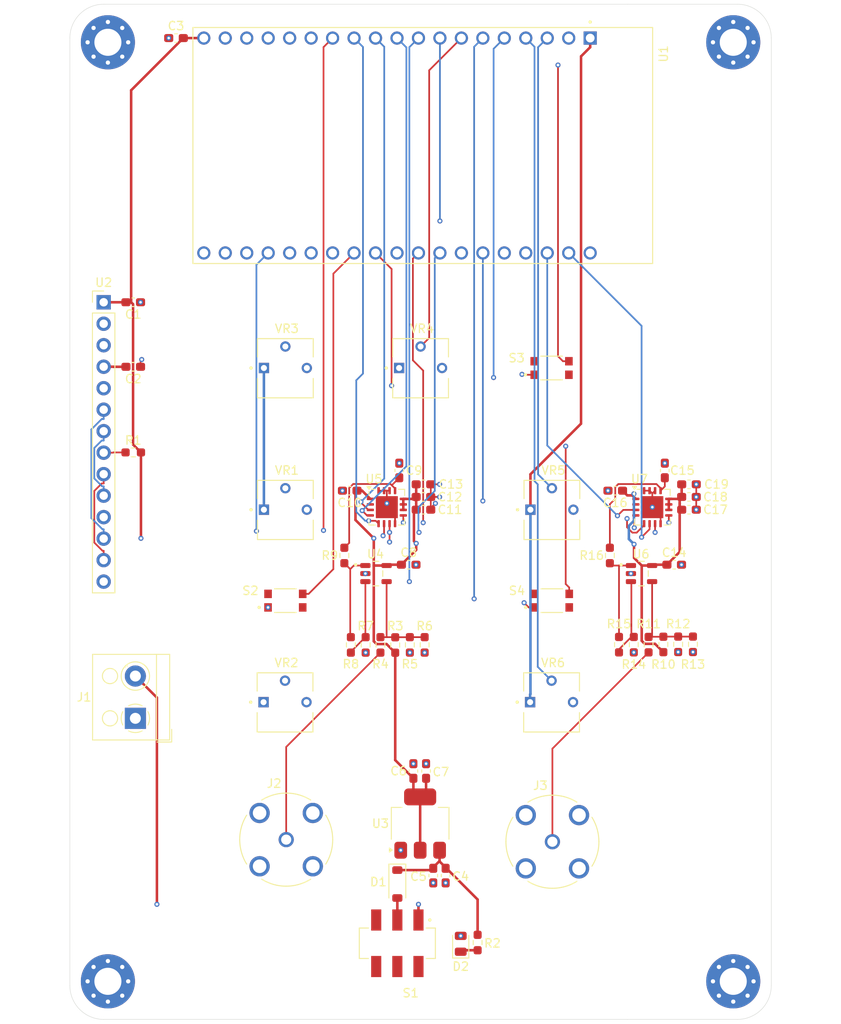
<source format=kicad_pcb>
(kicad_pcb (version 20240108) (generator "pcbnew") (generator_version "8.0")
  (layers (0 "F.Cu" signal) (1 "In1.Cu" power) (2 "In2.Cu" mixed) (31 "B.Cu" signal) (34 "B.Paste" user) (35 "F.Paste" user) (36 "B.SilkS" user "B.Silkscreen") (37 "F.SilkS" user "F.Silkscreen") (38 "B.Mask" user) (39 "F.Mask" user) (44 "Edge.Cuts" user))
  (net 0 "")
  (net 1 "GND")
  (net 2 "/reg.5V")
  (net 3 "/reg.3.3V")
  (net 4 "/5V_Regulator/Schottky_LEDres-caps-5Vreg.In")
  (net 5 "/SignalInterfaces/SignalInterfaceModule1/SignalInterpreterModule/conditioned-OpAmpOut_ADCIn")
  (net 6 "/5V_Regulator/PwrSwitch_Schottky")
  (net 7 "/5V_Regulator/LEDres_LED")
  (net 8 "/5V_Regulator/9V_PwrSwitch")
  (net 9 "/SignalInterfaces/SignalInterfaceModule1/SignalInterpreterModule/Vsig")
  (net 10 "/Touchscreen_LCD_Display/ScreenLED_ScreenLEDres")
  (net 11 "/SignalInterfaces/SignalInterfaceModule1/SignalInterpreterModule/reg.5V-Vsig_conditioned-opAmp-")
  (net 12 "/SignalInterfaces/SignalInterfaceModule1/SignalInterpreterModule/conditioned-opAmp+")
  (net 13 "/SignalInterfaces/SignalInterfaceModule1/SignalInterpreterModule/opAmpOut")
  (net 20 "/GPIO:signal1_toggleBttn")
  (net 22 "/GPIO:triggerBttn")
  (net 24 "/GPIO:signal2_toggleBttn")
  (net 25 "/GPIO:ADC2_EOC{slash}INT")
  (net 26 "/GPIO:screen_D{slash}C")
  (net 28 "/GPIO:ADC1_CS")
  (net 30 "/GPIO:touch_CS")
  (net 32 "/GPIO:ADC2_CS")
  (net 34 "/GPIO:signal1_timeShiftWiper")
  (net 35 "/GPIO:signal2_ampShiftWiper")
  (net 39 "/SCK")
  (net 43 "/GPIO:screen_CS")
  (net 44 "/GPIO:signal1_ampShiftWiper")
  (net 45 "/GPIO:timeScale_wiper")
  (net 46 "/SDO")
  (net 48 "/GPIO:ADC1_CONVST")
  (net 49 "/SDI")
  (net 50 "/GPIO:signal2_timeShiftWiper")
  (net 51 "/GPIO:ampScale_wiper")
  (net 52 "/GPIO:touch_IRQ")
  (net 53 "/GPIO:ADC1_EOC{slash}INT")
  (net 54 "/GPIO:ADC2_CONVST")
  (net 56 "/SignalInterfaces/SignalInterfaceModule2/SignalInterpreterModule/conditioned-OpAmpOut_ADCIn")
  (net 57 "/SignalInterfaces/SignalInterfaceModule2/SignalInterpreterModule/Vsig")
  (net 58 "/SignalInterfaces/SignalInterfaceModule2/SignalInterpreterModule/reg.5V-Vsig_conditioned-opAmp-")
  (net 59 "/SignalInterfaces/SignalInterfaceModule2/SignalInterpreterModule/conditioned-opAmp+")
  (net 60 "/SignalInterfaces/SignalInterfaceModule2/SignalInterpreterModule/opAmpOut")
  (footprint "Connector_PinHeader_2.54mm:PinHeader_1x14_P2.54mm_Vertical" (layer "F.Cu") (at 106.25 63.48)
    (property "Reference" "U2")
    (property "Value" "ILI9341-320x240-TFT-Touch")
  )
  (footprint "Resistor_SMD:R_0603_1608Metric_Pad0.98x0.95mm_HandSolder" (layer "F.Cu") (at 137.25 103.98 -90)
    (property "Reference" "R7")
    (property "Value" "1k")
  )
  (footprint "Resistor_SMD:R_0603_1608Metric_Pad0.98x0.95mm_HandSolder" (layer "F.Cu") (at 140.75 103.9936 -90)
    (property "Reference" "R3")
    (property "Value" "1k")
  )
  (footprint "MountingHole:MountingHole_3.2mm_M3_Pad_Via" (layer "F.Cu") (at 106.75 143.75)
    (property "Reference" "REF3" (hide yes))
    (property "Value" "MountingHole_3.2mm_M3_Pad_Via")
  )
  (footprint "jd2Oscope_Footprints:TRIM_3362P-1-103LF" (layer "F.Cu") (at 159.29 88)
    (property "Reference" "VR5")
    (property "Value" "3362P-1-103LF")
  )
  (footprint "Resistor_SMD:R_0603_1608Metric_Pad0.98x0.95mm_HandSolder" (layer "F.Cu") (at 142.48 103.9778 -90)
    (property "Reference" "R5")
    (property "Value" "1k")
  )
  (footprint "Capacitor_SMD:C_0603_1608Metric_Pad1.08x0.95mm_HandSolder" (layer "F.Cu") (at 142.3425 94.5)
    (property "Reference" "C8")
    (property "Value" "0.1u")
  )
  (footprint "Capacitor_SMD:C_0603_1608Metric_Pad1.08x0.95mm_HandSolder" (layer "F.Cu") (at 175.5125 88)
    (property "Reference" "C17")
    (property "Value" "0.1u")
  )
  (footprint "Capacitor_SMD:C_0603_1608Metric_Pad1.08x0.95mm_HandSolder" (layer "F.Cu") (at 144.4 118.8875 90)
    (property "Reference" "C7")
    (property "Value" "10u")
  )
  (footprint "Capacitor_SMD:C_0603_1608Metric_Pad1.08x0.95mm_HandSolder" (layer "F.Cu") (at 172.65 83.3625 90)
    (property "Reference" "C15")
    (property "Value" "2.7n")
  )
  (footprint "Package_CSP:LFCSP-16-1EP_4x4mm_P0.65mm_EP2.6x2.6mm" (layer "F.Cu") (at 171.175 87.7)
    (property "Reference" "U7")
    (property "Value" "ADS7279IPW")
  )
  (footprint "MountingHole:MountingHole_3.2mm_M3_Pad_Via" (layer "F.Cu") (at 106.75 32.75)
    (property "Reference" "REF1" (hide yes))
    (property "Value" "MountingHole_3.2mm_M3_Pad_Via")
  )
  (footprint "Resistor_SMD:R_0603_1608Metric_Pad0.98x0.95mm_HandSolder" (layer "F.Cu") (at 139 103.98 -90)
    (property "Reference" "R4")
    (property "Value" "1k")
  )
  (footprint "Resistor_SMD:R_0603_1608Metric_Pad0.98x0.95mm_HandSolder" (layer "F.Cu") (at 109.75 81.23)
    (property "Reference" "R1")
    (property "Value" "100")
  )
  (footprint "Capacitor_SMD:C_0603_1608Metric_Pad1.08x0.95mm_HandSolder" (layer "F.Cu") (at 144.0877 86.4894)
    (property "Reference" "C12")
    (property "Value" "0.1u")
  )
  (footprint "Capacitor_SMD:C_0603_1608Metric_Pad1.08x0.95mm_HandSolder" (layer "F.Cu") (at 166.7875 85.75 180)
    (property "Reference" "C16")
    (property "Value" "0.1u")
  )
  (footprint "jd2Oscope_Footprints:LINX_CONBNC001" (layer "F.Cu") (at 127.85 127)
    (property "Reference" "J2")
    (property "Value" "CONBNC001")
  )
  (footprint "Diode_SMD:D_SOD-123" (layer "F.Cu") (at 141 132.25 -90)
    (property "Reference" "D1")
    (property "Value" "SS14")
  )
  (footprint "jd2Oscope_Footprints:TRIM_3362P-1-103LF" (layer "F.Cu") (at 127.75 88)
    (property "Reference" "VR1")
    (property "Value" "3362P-1-103LF")
  )
  (footprint "jd2Oscope_Footprints:TRIM_3362P-1-103LF" (layer "F.Cu") (at 127.75 71.25)
    (property "Reference" "VR3")
    (property "Value" "3362P-1-103LF")
  )
  (footprint "LED_SMD:LED_0805_2012Metric" (layer "F.Cu") (at 148.5 139.3125 90)
    (property "Reference" "D2")
    (property "Value" "LTST-C170CKT")
  )
  (footprint "Capacitor_SMD:C_0603_1608Metric_Pad1.08x0.95mm_HandSolder" (layer "F.Cu") (at 109.75 63.48 180)
    (property "Reference" "C1")
    (property "Value" "0.1u")
  )
  (footprint "jd2Oscope_Footprints:SW_JS202011SCQN" (layer "F.Cu") (at 141 139.25 180)
    (property "Reference" "S1")
    (property "Value" "JS202011SCQN")
  )
  (footprint "Resistor_SMD:R_0603_1608Metric_Pad0.98x0.95mm_HandSolder" (layer "F.Cu") (at 172.48 103.9283 -90)
    (property "Reference" "R10")
    (property "Value" "1k")
  )
  (footprint "Capacitor_SMD:C_0603_1608Metric_Pad1.08x0.95mm_HandSolder" (layer "F.Cu") (at 175.5077 86.4894)
    (property "Reference" "C18")
    (property "Value" "0.1u")
  )
  (footprint "Resistor_SMD:R_0603_1608Metric_Pad0.98x0.95mm_HandSolder" (layer "F.Cu") (at 170.73 103.9525 -90)
    (property "Reference" "R11")
    (property "Value" "1k")
  )
  (footprint "MountingHole:MountingHole_3.2mm_M3_Pad_Via" (layer "F.Cu") (at 180.75 32.75)
    (property "Reference" "REF2" (hide yes))
    (property "Value" "MountingHole_3.2mm_M3_Pad_Via")
  )
  (footprint "Package_TO_SOT_SMD:SOT-223-3_TabPin2" (layer "F.Cu") (at 143.7 125.1 90)
    (property "Reference" "U3")
    (property "Value" "NCP1117-5.0_SOT223")
  )
  (footprint "Capacitor_SMD:C_0603_1608Metric_Pad1.08x0.95mm_HandSolder" (layer "F.Cu") (at 142.9 118.8875 -90)
    (property "Reference" "C6")
    (property "Value" "0.1u")
  )
  (footprint "Resistor_SMD:R_0603_1608Metric_Pad0.98x0.95mm_HandSolder" (layer "F.Cu") (at 167.23 103.9525 90)
    (property "Reference" "R15")
    (property "Value" "1k")
  )
  (footprint "Resistor_SMD:R_0603_1608Metric_Pad0.98x0.95mm_HandSolder" (layer "F.Cu") (at 166.15 93.4125 90)
    (property "Reference" "R16")
    (property "Value" "117")
  )
  (footprint "jd2Oscope_Footprints:TRIM_3362P-1-103LF" (layer "F.Cu") (at 127.71 110.75)
    (property "Reference" "VR2")
    (property "Value" "3362P-1-103LF")
  )
  (footprint "jd2Oscope_Footprints:SW_KMR731NGLFS" (layer "F.Cu") (at 159.25 71.25 90)
    (property "Reference" "S3")
    (property "Value" "KMR731NGLFS")
  )
  (footprint "Capacitor_SMD:C_0603_1608Metric_Pad1.08x0.95mm_HandSolder" (layer "F.Cu") (at 175.5125 85)
    (property "Reference" "C19")
    (property "Value" "0.1u")
  )
  (footprint "Capacitor_SMD:C_0603_1608Metric_Pad1.08x0.95mm_HandSolder" (layer "F.Cu") (at 114.81 32.25)
    (property "Reference" "C3")
    (property "Value" "0.1u")
  )
  (footprint "TerminalBlock_RND:TerminalBlock_RND_205-00001_1x02_P5.00mm_Horizontal" (layer "F.Cu") (at 110 112.6625 90)
    (property "Reference" "J1")
    (property "Value" "9V_CONN")
  )
  (footprint "jd2Oscope_Footprints:SOT95P280X145-5N" (layer "F.Cu") (at 138.475 95.55)
    (property "Reference" "U4")
    (property "Value" "OPA192IDBVR")
  )
  (footprint "Capacitor_SMD:C_0603_1608Metric_Pad1.08x0.95mm_HandSolder" (layer "F.Cu") (at 145.25 131.25 -90)
    (property "Reference" "C5")
    (property "Value" "10u")
  )
  (footprint "Resistor_SMD:R_0603_1608Metric_Pad0.98x0.95mm_HandSolder" (layer "F.Cu") (at 134.73 93.4125 90)
    (property "Reference" "R9")
    (property "Value" "117")
  )
  (footprint "jd2Oscope_Footprints:TRIM_3362P-1-103LF" (layer "F.Cu") (at 159.25 110.75)
    (property "Reference" "VR6")
    (property "Value" "3362P-1-103LF")
  )
  (footprint "jd2Oscope_Footprints:MODULE_ESP32-DEVKITC-32D" (layer "F.Cu") (at 144.06 44.95 -90)
    (property "Reference" "U1")
    (property "Value" "ESP32-DEVKITC-32D")
  )
  (footprint "Resistor_SMD:R_0603_1608Metric_Pad0.98x0.95mm_HandSolder" (layer "F.Cu") (at 144.23 103.9778 -90)
    (property "Reference" "R6")
    (property "Value" "1k")
  )
  (footprint "Capacitor_SMD:C_0603_1608Metric_Pad1.08x0.95mm_HandSolder" (layer "F.Cu") (at 144.0925 88)
    (property "Reference" "C11")
    (property "Value" "0.1u")
  )
  (footprint "Capacitor_SMD:C_0603_1608Metric_Pad1.08x0.95mm_HandSolder" (layer "F.Cu") (at 144.0925 85)
    (property "Reference" "C13")
    (property "Value" "0.1u")
  )
  (footprint "Resistor_SMD:R_0603_1608Metric_Pad0.98x0.95mm_HandSolder" (layer "F.Cu") (at 150.5 139.1625 -90)
    (property "Reference" "R2")
    (property "Value" "560")
  )
  (footprint "Resistor_SMD:R_0603_1608Metric_Pad0.98x0.95mm_HandSolder" (layer "F.Cu") (at 168.98 103.9525 -90)
    (property "Reference" "R14")
    (property "Value" "1k")
  )
  (footprint "jd2Oscope_Footprints:TRIM_3362P-1-103LF" (layer "F.Cu") (at 143.75 71.25)
    (property "Reference" "VR4")
    (property "Value" "3362P-1-103LF")
  )
  (footprint "jd2Oscope_Footprints:SW_KMR731NGLFS" (layer "F.Cu") (at 127.75 98.75 90)
    (property "Reference" "S2")
    (property "Value" "KMR731NGLFS")
  )
  (footprint "Resistor_SMD:R_0603_1608Metric_Pad0.98x0.95mm_HandSolder" (layer "F.Cu") (at 135.5 103.98 90)
    (property "Reference" "R8")
    (property "Value" "1k")
  )
  (footprint "MountingHole:MountingHole_3.2mm_M3_Pad_Via" (layer "F.Cu") (at 180.75 143.75)
    (property "Reference" "REF4" (hide yes))
    (property "Value" "MountingHole_3.2mm_M3_Pad_Via")
  )
  (footprint "Capacitor_SMD:C_0603_1608Metric_Pad1.08x0.95mm_HandSolder" (layer "F.Cu") (at 109.75 71.1075 180)
    (property "Reference" "C2")
    (property "Value" "0.1u")
  )
  (footprint "Resistor_SMD:R_0603_1608Metric_Pad0.98x0.95mm_HandSolder" (layer "F.Cu") (at 174.23 103.9125 -90)
    (property "Reference" "R12")
    (property "Value" "1k")
  )
  (footprint "Capacitor_SMD:C_0603_1608Metric_Pad1.08x0.95mm_HandSolder" (layer "F.Cu") (at 173.7625 94.5)
    (property "Reference" "C14")
    (property "Value" "0.1u")
  )
  (footprint "Package_CSP:LFCSP-16-1EP_4x4mm_P0.65mm_EP2.6x2.6mm" (layer "F.Cu") (at 139.755 87.7)
    (property "Reference" "U5")
    (property "Value" "ADS7279IPW")
  )
  (footprint "Capacitor_SMD:C_0603_1608Metric_Pad1.08x0.95mm_HandSolder" (layer "F.Cu") (at 135.3675 85.75 180)
    (property "Reference" "C10")
    (property "Value" "0.1u")
  )
  (footprint "jd2Oscope_Footprints:SOT95P280X145-5N" (layer "F.Cu") (at 169.895 95.55)
    (property "Reference" "U6")
    (property "Value" "OPA192IDBVR")
  )
  (footprint "Resistor_SMD:R_0603_1608Metric_Pad0.98x0.95mm_HandSolder" (layer "F.Cu") (at 175.98 103.9125 -90)
    (property "Reference" "R13")
    (property "Value" "1k")
  )
  (footprint "jd2Oscope_Footprints:SW_KMR731NGLFS" (layer "F.Cu") (at 159.29 98.75 90)
    (property "Reference" "S4")
    (property "Value" "KMR731NGLFS")
  )
  (footprint "Capacitor_SMD:C_0603_1608Metric_Pad1.08x0.95mm_HandSolder" (layer "F.Cu") (at 141.23 83.3625 90)
    (property "Reference" "C9")
    (property "Value" "2.7n")
  )
  (footprint "Capacitor_SMD:C_0603_1608Metric_Pad1.08x0.95mm_HandSolder" (layer "F.Cu") (at 146.7141 131.25 90)
    (property "Reference" "C4")
    (property "Value" "0.1u")
  )
  (footprint "jd2Oscope_Footprints:LINX_CONBNC001" (layer "F.Cu") (at 159.35 127.25)
    (property "Reference" "J3")
    (property "Value" "CONBNC001")
  )
  (gr_arc (start 185.25 144.25) (mid 184.078427 147.078427) (end 181.25 148.25) (stroke (width 0.05)) (layer "Edge.Cuts"))
  (gr_line (start 106.25 148.25) (end 168.25 148.25) (stroke (width 0.05)) (layer "Edge.Cuts"))
  (gr_line (start 168.25 28.25) (end 106.25 28.25) (stroke (width 0.05)) (layer "Edge.Cuts"))
  (gr_arc (start 181.25 28.25) (mid 184.078427 29.421573) (end 185.25 32.25) (stroke (width 0.05)) (layer "Edge.Cuts"))
  (gr_line (start 185.25 144.25) (end 185.25 32.25) (stroke (width 0.05)) (layer "Edge.Cuts"))
  (gr_line (start 168.25 28.25) (end 181.25 28.25) (stroke (width 0.05)) (layer "Edge.Cuts"))
  (gr_arc (start 106.25 148.25) (mid 103.421573 147.078427) (end 102.25 144.25) (stroke (width 0.05)) (layer "Edge.Cuts"))
  (gr_line (start 168.25 148.25) (end 181.25 148.25) (stroke (width 0.05)) (layer "Edge.Cuts"))
  (gr_line (start 102.25 32.25) (end 102.25 144.25) (stroke (width 0.05)) (layer "Edge.Cuts"))
  (gr_arc (start 102.25 32.25) (mid 103.421573 29.421573) (end 106.25 28.25) (stroke (width 0.05)) (layer "Edge.Cuts"))
  (segment (start 176.375 88) (end 176.3702 87.9952) (width 0.2) (layer "F.Cu") (net 1))
  (segment (start 172.15 89.65) (end 172.15 88.675) (width 0.2) (layer "F.Cu") (net 1))
  (segment (start 176.375 86.4846) (end 176.375 85) (width 0.2) (layer "F.Cu") (net 1))
  (segment (start 157.2 72.05) (end 155.8 72.05) (width 0.2) (layer "F.Cu") (net 1))
  (segment (start 110.6125 70.3875) (end 110.75 70.25) (width 0.2) (layer "F.Cu") (net 1))
  (segment (start 176.3702 86.5) (end 176.3702 86.4894) (width 0.2) (layer "F.Cu") (net 1))
  (segment (start 144.955 88) (end 144.955 87.795) (width 0.2) (layer "F.Cu") (net 1))
  (segment (start 140.73 88.675) (end 140.73 89.65) (width 0.2) (layer "F.Cu") (net 1))
  (segment (start 139.755 87.7) (end 140.73 88.675) (width 0.2) (layer "F.Cu") (net 1))
  (segment (start 171.5 85.75) (end 171.175 86.075) (width 0.2) (layer "F.Cu") (net 1))
  (segment (start 139.755 85.75) (end 139.43 85.75) (width 0.2) (layer "F.Cu") (net 1))
  (segment (start 144.955 86.4846) (end 144.955 85) (width 0.2) (layer "F.Cu") (net 1))
  (segment (start 156.55 99.55) (end 156 99) (width 0.2) (layer "F.Cu") (net 1))
  (segment (start 139.755 87.25) (end 139.755 87.7) (width 0.2) (layer "F.Cu") (net 1))
  (segment (start 144.955 87.795) (end 145.5 87.25) (width 0.2) (layer "F.Cu") (net 1))
  (segment (start 144.9502 86.4894) (end 144.955 86.4846) (width 0.2) (layer "F.Cu") (net 1))
  (segment (start 170.2 85.75) (end 170.85 85.75) (width 0.2) (layer "F.Cu") (net 1))
  (segment (start 170.85 85.75) (end 171.175 86.075) (width 0.2) (layer "F.Cu") (net 1))
  (segment (start 155.8 72.05) (end 155.75 72) (width 0.2) (layer "F.Cu") (net 1))
  (segment (start 176.3702 87.9952) (end 176.3702 86.5) (width 0.2) (layer "F.Cu") (net 1))
  (segment (start 146 86.5) (end 145.9894 86.4894) (width 0.2) (layer "F.Cu") (net 1))
  (segment (start 157.24 99.55) (end 156.55 99.55) (width 0.2) (layer "F.Cu") (net 1))
  (segment (start 176.3702 86.4894) (end 176.375 86.4846) (width 0.2) (layer "F.Cu") (net 1))
  (segment (start 144.9502 86.4894) (end 144.955 86.4942) (width 0.2) (layer "F.Cu") (net 1))
  (segment (start 139.755 85.75) (end 139.755 87.25) (width 0.2) (layer "F.Cu") (net 1))
  (segment (start 144.9502 86.4894) (end 145.9894 86.4894) (width 0.2) (layer "F.Cu") (net 1))
  (segment (start 139.43 85.75) (end 138.78 85.75) (width 0.2) (layer "F.Cu") (net 1))
  (segment (start 140.08 85.75) (end 139.755 85.75) (width 0.2) (layer "F.Cu") (net 1))
  (segment (start 110.6125 71.1075) (end 110.6125 70.3875) (width 0.2) (layer "F.Cu") (net 1))
  (segment (start 144.955 86.4942) (end 144.955 88) (width 0.2) (layer "F.Cu") (net 1))
  (segment (start 144.955 85) (end 146 85) (width 0.2) (layer "F.Cu") (net 1))
  (segment (start 171.175 86.075) (end 171.175 86.1483) (width 0.2) (layer "F.Cu") (net 1))
  (segment (start 171.175 87.7) (end 171.175 86.1483) (width 0.2) (layer "F.Cu") (net 1))
  (segment (start 172.15 88.675) (end 171.175 87.7) (width 0.2) (layer "F.Cu") (net 1))
  (via (at 165.925 85.75) (size 0.6) (drill 0.3) (layers "F.Cu" "B.Cu") (net 1))
  (via (at 168.98 104.865) (size 0.6) (drill 0.3) (layers "F.Cu" "B.Cu") (net 1))
  (via (at 145.25 132.1125) (size 0.6) (drill 0.3) (layers "F.Cu" "B.Cu") (net 1))
  (via (at 145.5 87.25) (size 0.6) (drill 0.3) (layers "F.Cu" "B.Cu") (net 1))
  (via (at 175.98 104.825) (size 0.6) (drill 0.3) (layers "F.Cu" "B.Cu") (net 1))
  (via (at 139.755 87.25) (size 0.6) (drill 0.3) (layers "F.Cu" "B.Cu") (net 1))
  (via (at 110.75 70.25) (size 0.6) (drill 0.3) (layers "F.Cu" "B.Cu") (net 1))
  (via (at 146.7141 132.1125) (size 0.6) (drill 0.3) (layers "F.Cu" "B.Cu") (net 1))
  (via (at 141.4 128.25) (size 0.6) (drill 0.3) (layers "F.Cu" "B.Cu") (net 1))
  (via (at 176.3702 87.9952) (size 0.6) (drill 0.3) (layers "F.Cu" "B.Cu") (net 1))
  (via (at 172.65 82.5) (size 0.6) (drill 0.3) (layers "F.Cu" "B.Cu") (net 1))
  (via (at 143.205 94.5) (size 0.6) (drill 0.3) (layers "F.Cu" "B.Cu") (net 1))
  (via (at 137.25 104.8925) (size 0.6) (drill 0.3) (layers "F.Cu" "B.Cu") (net 1))
  (via (at 174.625 94.5) (size 0.6) (drill 0.3) (layers "F.Cu" "B.Cu") (net 1))
  (via (at 141.23 82.5) (size 0.6) (drill 0.3) (layers "F.Cu" "B.Cu") (net 1))
  (via (at 137.22 95.55) (size 0.6) (drill 0.3) (layers "F.Cu" "B.Cu") (net 1))
  (via (at 142.48 104.8903) (size 0.6) (drill 0.3) (layers "F.Cu" "B.Cu") (net 1))
  (via (at 174.23 104.825) (size 0.6) (drill 0.3) (layers "F.Cu" "B.Cu") (net 1))
  (via (at 156 99) (size 0.6) (drill 0.3) (layers "F.Cu" "B.Cu") (net 1))
  (via (at 142.9 118.025) (size 0.6) (drill 0.3) (layers "F.Cu" "B.Cu") (net 1))
  (via (at 146 85) (size 0.6) (drill 0.3) (layers "F.Cu" "B.Cu") (net 1))
  (via (at 146 86.5) (size 0.6) (drill 0.3) (layers "F.Cu" "B.Cu") (net 1))
  (via (at 144.4 118.025) (size 0.6) (drill 0.3) (layers "F.Cu" "B.Cu") (net 1))
  (via (at 110.6125 63.48) (size 0.6) (drill 0.3) (layers "F.Cu" "B.Cu") (net 1))
  (via (at 176.3702 86.5) (size 0.6) (drill 0.3) (layers "F.Cu" "B.Cu") (net 1))
  (via (at 113.9475 32.25) (size 0.6) (drill 0.3) (layers "F.Cu" "B.Cu") (net 1))
  (via (at 171.175 87.7) (size 0.6) (drill 0.3) (layers "F.Cu" "B.Cu") (net 1))
  (via (at 176.375 85) (size 0.6) (drill 0.3) (layers "F.Cu" "B.Cu") (net 1))
  (via (at 125.7 99.55) (size 0.6) (drill 0.3) (layers "F.Cu" "B.Cu") (net 1))
  (via (at 148.5 138.375) (size 0.6) (drill 0.3) (layers "F.Cu" "B.Cu") (net 1))
  (via (at 134.505 85.75) (size 0.6) (drill 0.3) (layers "F.Cu" "B.Cu") (net 1))
  (via (at 144.23 104.8903) (size 0.6) (drill 0.3) (layers "F.Cu" "B.Cu") (net 1))
  (via (at 168.64 95.55) (size 0.6) (drill 0.3) (layers "F.Cu" "B.Cu") (net 1))
  (via (at 155.75 72) (size 0.6) (drill 0.3) (layers "F.Cu" "B.Cu") (net 1))
  (segment (start 143.23 92.75) (end 141.48 94.5) (width 0.3) (layer "F.Cu") (net 2))
  (segment (start 171.4928 103.8536) (end 170.2721 103.8536) (width 0.3) (layer "F.Cu") (net 2))
  (segment (start 109.5009 38.4216) (end 109.5009 63.48) (width 0.3) (layer "F.Cu") (net 2))
  (segment (start 172.9 94.5) (end 171.25 94.5) (width 0.3) (layer "F.Cu") (net 2))
  (segment (start 140.75 117.6) (end 140.75 104.9061) (width 0.3) (layer "F.Cu") (net 2))
  (segment (start 141.48 94.5) (end 139.83 94.5) (width 0.3) (layer "F.Cu") (net 2))
  (segment (start 143.23 85) (end 143.23 86.4846) (width 0.3) (layer "F.Cu") (net 2))
  (segment (start 142.9896 86.725) (end 143.2252 86.4894) (width 0.3) (layer "F.Cu") (net 2))
  (segment (start 174.4096 87.2423) (end 174.4096 92.9904) (width 0.3) (layer "F.Cu") (net 2))
  (segment (start 168.8083 86.3083) (end 168.9951 86.1215) (width 0.3) (layer "F.Cu") (net 2))
  (segment (start 174.4096 87.7596) (end 174.65 88) (width 0.3) (layer "F.Cu") (net 2))
  (segment (start 173.125 88.025) (end 173.125 87.375) (width 0.3) (layer "F.Cu") (net 2))
  (segment (start 143.23 86.4846) (end 143.2252 86.4894) (width 0.3) (layer "F.Cu") (net 2))
  (segment (start 143.23 88) (end 142.9638 88.2662) (width 0.3) (layer "F.Cu") (net 2))
  (segment (start 137.805 86.725) (end 136.83 85.75) (width 0.3) (layer "F.Cu") (net 2))
  (segment (start 136.23 85.75) (end 136.0457 85.9343) (width 0.3) (layer "F.Cu") (net 2))
  (segment (start 173.125 87.375) (end 173.125 86.725) (width 0.3) (layer "F.Cu") (net 2))
  (segment (start 169.0088 93.6909) (end 169.0088 92.0829) (width 0.3) (layer "F.Cu") (net 2))
  (segment (start 139.83 94.5) (end 139.73 94.6) (width 0.3) (layer "F.Cu") (net 2))
  (segment (start 139.725 103.8811) (end 138.5421 103.8811) (width 0.3) (layer "F.Cu") (net 2))
  (segment (start 143.23 86.9654) (end 142.9896 86.725) (width 0.3) (layer "F.Cu") (net 2))
  (segment (start 141.705 86.725) (end 142.9896 86.725) (width 0.3) (layer "F.Cu") (net 2))
  (segment (start 109.5009 63.48) (end 109.7276 63.7067) (width 0.3) (layer "F.Cu") (net 2))
  (segment (start 108.8875 63.48) (end 106.25 63.48) (width 0.3) (layer "F.Cu") (net 2))
  (segment (start 138.2125 103.5515) (end 138.2125 94.6) (width 0.3) (layer "F.Cu") (net 2))
  (segment (start 174.4096 87.2423) (end 174.4096 87.7596) (width 0.3) (layer "F.Cu") (net 2))
  (segment (start 174.65 85) (end 174.6452 85.0048) (width 0.3) (layer "F.Cu") (net 2))
  (segment (start 167.65 85.75) (end 168.2083 86.3083) (width 0.3) (layer "F.Cu") (net 2))
  (segment (start 174.4096 92.9904) (end 172.9 94.5) (width 0.3) (layer "F.Cu") (net 2))
  (segment (start 140.75 104.9061) (end 139.725 103.8811) (width 0.3) (layer "F.Cu") (net 2))
  (segment (start 143.7 128.25) (end 143.7 121.95) (width 0.3) (layer "F.Cu") (net 2))
  (segment (start 174.6452 85.0048) (end 174.6452 86.4894) (width 0.3) (layer "F.Cu") (net 2))
  (segment (start 142.9 119.75) (end 140.75 117.6) (width 0.3) (layer "F.Cu") (net 2))
  (segment (start 174.4096 86.725) (end 174.6452 86.4894) (width 0.3) (layer "F.Cu") (net 2))
  (segment (start 138.2125 91.3826) (end 138.2125 94.6) (width 0.3) (layer "F.Cu") (net 2))
  (segment (start 168.2083 86.3083) (end 168.8083 86.3083) (width 0.3) (layer "F.Cu") (net 2))
  (segment (start 168.8083 86.3083) (end 169.225 86.725) (width 0.3) (layer "F.Cu") (net 2))
  (segment (start 136.0457 89.2158) (end 138.2125 91.3826) (width 0.3) (layer "F.Cu") (net 2))
  (segment (start 142.9 121.15) (end 142.9 119.75) (width 0.3) (layer "F.Cu") (net 2))
  (segment (start 171.25 94.5) (end 171.15 94.6) (width 0.3) (layer "F.Cu") (net 2))
  (segment (start 170.2721 103.8536) (end 169.9179 103.4994) (width 0.3) (layer "F.Cu") (net 2))
  (segment (start 138.5421 103.8811) (end 138.2125 103.5515) (width 0.3) (layer "F.Cu") (net 2))
  (segment (start 115.6725 32.25) (end 109.5009 38.4216) (width 0.3) (layer "F.Cu") (net 2))
  (segment (start 174.4096 86.725) (end 174.4096 87.2423) (width 0.3) (layer "F.Cu") (net 2))
  (segment (start 109.5009 63.48) (end 108.8875 63.48) (width 0.3) (layer "F.Cu") (net 2))
  (segment (start 144.4 121.25) (end 144.4 119.75) (width 0.3) (layer "F.Cu") (net 2))
  (segment (start 142.9638 88.2662) (end 142.9638 91.7161) (width 0.3) (layer "F.Cu") (net 2))
  (segment (start 143.7 121.95) (end 142.9 121.15) (width 0.3) (layer "F.Cu") (net 2))
  (segment (start 141.705 88.025) (end 141.705 87.375) (width 0.3) (layer "F.Cu") (net 2))
  (segment (start 169.9179 103.4994) (end 169.9179 94.6) (width 0.3) (layer "F.Cu") (net 2))
  (segment (start 136.83 85.75) (end 136.23 85.75) (width 0.3) (layer "F.Cu") (net 2))
  (segment (start 173.125 86.725) (end 174.4096 86.725) (width 0.3) (layer "F.Cu") (net 2))
  (segment (start 143.7 121.95) (end 144.4 121.25) (width 0.3) (layer "F.Cu") (net 2))
  (segment (start 110.6625 81.23) (end 110.6625 91.3826) (width 0.3) (layer "F.Cu") (net 2))
  (segment (start 118.1 32.25) (end 115.6725 32.25) (width 0.3) (layer "F.Cu") (net 2))
  (segment (start 169.9179 94.6) (end 169.0088 93.6909) (width 0.3) (layer "F.Cu") (net 2))
  (segment (start 142.9638 91.7161) (end 143.23 91.9823) (width 0.3) (layer "F.Cu") (net 2))
  (segment (start 172.48 104.8408) (end 171.4928 103.8536) (width 0.3) (layer "F.Cu") (net 2))
  (segment (start 143.23 88) (end 143.23 86.9654) (width 0.3) (layer "F.Cu") (net 2))
  (segment (start 141.705 87.375) (end 141.705 86.725) (width 0.3) (layer "F.Cu") (net 2))
  (segment (start 138.2125 94.6) (end 139.73 94.6) (width 0.3) (layer "F.Cu") (net 2))
  (segment (start 109.7276 80.2951) (end 110.6625 81.23) (width 0.3) (layer "F.Cu") (net 2))
  (segment (start 109.7276 63.7067) (end 109.7276 80.2951) (width 0.3) (layer "F.Cu") (net 2))
  (segment (start 169.9179 94.6) (end 171.15 94.6) (width 0.3) (layer "F.Cu") (net 2))
  (segment (start 143.23 91.9823) (end 143.23 92.75) (width 0.3) (layer "F.Cu") (net 2))
  (segment (start 136.0457 85.9343) (end 136.0457 89.2158) (width 0.3) (layer "F.Cu") (net 2))
  (via (at 138.2125 91.3826) (size 0.6) (drill 0.3) (layers "F.Cu" "B.Cu") (net 2))
  (via (at 169.0088 92.0829) (size 0.6) (drill 0.3) (layers "F.Cu" "B.Cu") (net 2))
  (via (at 168.9951 86.1215) (size 0.6) (drill 0.3) (layers "F.Cu" "B.Cu") (net 2))
  (via (at 143.23 91.9823) (size 0.6) (drill 0.3) (layers "F.Cu" "B.Cu") (net 2))
  (via (at 110.6625 91.3826) (size 0.6) (drill 0.3) (layers "F.Cu" "B.Cu") (net 2))
  (segment (start 168.3997 89.9035) (end 168.9951 89.3081) (width 0.3) (layer "B.Cu") (net 2))
  (segment (start 168.3997 91.4738) (end 168.3997 89.9035) (width 0.3) (layer "B.Cu") (net 2))
  (segment (start 169.0088 92.0829) (end 168.3997 91.4738) (width 0.3) (layer "B.Cu") (net 2))
  (segment (start 168.9951 89.3081) (end 168.9951 86.1215) (width 0.3) (layer "B.Cu") (net 2))
  (segment (start 163.82 33.3317) (end 162.7383 34.4134) (width 0.3) (layer "F.Cu") (net 3))
  (segment (start 106.25 71.1) (end 107.4017 71.1) (width 0.3) (layer "F.Cu") (net 3))
  (segment (start 107.4092 71.1075) (end 107.4017 71.1) (width 0.3) (layer "F.Cu") (net 3))
  (segment (start 108.8875 71.1075) (end 107.4092 71.1075) (width 0.3) (layer "F.Cu") (net 3))
  (segment (start 156.75 83.8145) (end 156.75 88) (width 0.3) (layer "F.Cu") (net 3))
  (segment (start 162.7383 77.8262) (end 156.75 83.8145) (width 0.3) (layer "F.Cu") (net 3))
  (segment (start 162.7383 34.4134) (end 162.7383 77.8262) (width 0.3) (layer "F.Cu") (net 3))
  (segment (start 163.82 32.25) (end 163.82 33.3317) (width 0.3) (layer "F.Cu") (net 3))
  (segment (start 156.71 109.8373) (end 156.75 109.7973) (width 0.3) (layer "B.Cu") (net 3))
  (segment (start 156.75 109.7973) (end 156.75 88) (width 0.3) (layer "B.Cu") (net 3))
  (segment (start 156.71 110.75) (end 156.71 109.8373) (width 0.3) (layer "B.Cu") (net 3))
  (segment (start 125.21 71.25) (end 125.21 88) (width 0.3) (layer "B.Cu") (net 3))
  (segment (start 150.5 134.0786) (end 146.7141 130.2927) (width 0.3) (layer "F.Cu") (net 4))
  (segment (start 145.9732 129.5518) (end 145.25 130.275) (width 0.3) (layer "F.Cu") (net 4))
  (segment (start 145.9732 129.5518) (end 146 129.525) (width 0.3) (layer "F.Cu") (net 4))
  (segment (start 145.25 130.275) (end 144.925 130.6) (width 0.3) (layer "F.Cu") (net 4))
  (segment (start 144.925 130.6) (end 141 130.6) (width 0.3) (layer "F.Cu") (net 4))
  (segment (start 146 129.525) (end 146 128.25) (width 0.3) (layer "F.Cu") (net 4))
  (segment (start 145.9732 129.5518) (end 146.7141 130.2927) (width 0.3) (layer "F.Cu") (net 4))
  (segment (start 150.5 138.25) (end 150.5 134.0786) (width 0.3) (layer "F.Cu") (net 4))
  (segment (start 140.73 85.75) (end 140.73 85.5) (width 0.2) (layer "F.Cu") (net 5))
  (segment (start 135.3034 85.4345) (end 135.3034 91.9266) (width 0.2) (layer "F.Cu") (net 5))
  (segment (start 140.1924 84.9624) (end 135.7755 84.9624) (width 0.2) (layer "F.Cu") (net 5))
  (segment (start 135.7755 84.9624) (end 135.3034 85.4345) (width 0.2) (layer "F.Cu") (net 5))
  (segment (start 135.3034 91.9266) (end 134.73 92.5) (width 0.2) (layer "F.Cu") (net 5))
  (segment (start 140.3425 85.1125) (end 141.23 84.225) (width 0.2) (layer "F.Cu") (net 5))
  (segment (start 140.3425 85.1125) (end 140.1924 84.9624) (width 0.2) (layer "F.Cu") (net 5))
  (segment (start 140.73 85.5) (end 140.3425 85.1125) (width 0.2) (layer "F.Cu") (net 5))
  (segment (start 141 136.5) (end 141 133.9) (width 0.3) (layer "F.Cu") (net 6))
  (segment (start 148.675 140.075) (end 148.5 140.25) (width 0.3) (layer "F.Cu") (net 7))
  (segment (start 150.5 140.075) (end 148.675 140.075) (width 0.3) (layer "F.Cu") (net 7))
  (segment (start 110 107.6625) (end 112.5503 110.2128) (width 0.3) (layer "F.Cu") (net 8))
  (segment (start 143.5 134.645) (end 143.5 136.5) (width 0.3) (layer "F.Cu") (net 8))
  (segment (start 112.5503 110.2128) (end 112.5503 134.645) (width 0.3) (layer "F.Cu") (net 8))
  (via (at 143.5 134.645) (size 0.6) (drill 0.3) (layers "F.Cu" "B.Cu") (net 8))
  (via (at 112.5503 134.645) (size 0.6) (drill 0.3) (layers "F.Cu" "B.Cu") (net 8))
  (segment (start 127.85 127) (end 127.85 116.0425) (width 0.2) (layer "F.Cu") (net 9))
  (segment (start 127.85 116.0425) (end 139 104.8925) (width 0.2) (layer "F.Cu") (net 9))
  (segment (start 106.25 81.26) (end 107.3517 81.26) (width 0.2) (layer "F.Cu") (net 10))
  (segment (start 108.8375 81.23) (end 107.3817 81.23) (width 0.2) (layer "F.Cu") (net 10))
  (segment (start 107.3817 81.23) (end 107.3517 81.26) (width 0.2) (layer "F.Cu") (net 10))
  (segment (start 142.471 103.0743) (end 142.48 103.0653) (width 0.2) (layer "F.Cu") (net 11))
  (segment (start 144.23 103.0653) (end 142.48 103.0653) (width 0.2) (layer "F.Cu") (net 11))
  (segment (start 140.75 103.0743) (end 142.471 103.0743) (width 0.2) (layer "F.Cu") (net 11))
  (segment (start 139.73 103.0675) (end 139.73 96.5) (width 0.2) (layer "F.Cu") (net 11))
  (segment (start 140.75 103.0743) (end 140.75 103.0811) (width 0.2) (layer "F.Cu") (net 11))
  (segment (start 139 103.0675) (end 139.73 103.0675) (width 0.2) (layer "F.Cu") (net 11))
  (segment (start 140.7432 103.0675) (end 140.75 103.0743) (width 0.2) (layer "F.Cu") (net 11))
  (segment (start 139.73 103.0675) (end 140.7432 103.0675) (width 0.2) (layer "F.Cu") (net 11))
  (segment (start 135.5 104.8925) (end 135.5 104.7875) (width 0.2) (layer "F.Cu") (net 12))
  (segment (start 137.22 103.0675) (end 137.25 103.0675) (width 0.2) (layer "F.Cu") (net 12))
  (segment (start 135.5 104.7875) (end 137.22 103.0675) (width 0.2) (layer "F.Cu") (net 12))
  (segment (start 137.22 103.0675) (end 137.22 96.5) (width 0.2) (layer "F.Cu") (net 12))
  (segment (start 135.4286 102.9961) (end 135.4286 95.0236) (width 0.2) (layer "F.Cu") (net 13))
  (segment (start 134.73 94.325) (end 135.4286 95.0236) (width 0.2) (layer "F.Cu") (net 13))
  (segment (start 135.4286 95.0236) (end 135.8522 94.6) (width 0.2) (layer "F.Cu") (net 13))
  (segment (start 135.8522 94.6) (end 137.22 94.6) (width 0.2) (layer "F.Cu") (net 13))
  (segment (start 135.5 103.0675) (end 135.4286 102.9961) (width 0.2) (layer "F.Cu") (net 13))
  (segment (start 130.5017 97.95) (end 133.4305 95.0212) (width 0.2) (layer "F.Cu") (net 20))
  (segment (start 129.8 97.95) (end 130.5017 97.95) (width 0.2) (layer "F.Cu") (net 20))
  (segment (start 133.4305 95.0212) (end 133.4305 60.0995) (width 0.2) (layer "F.Cu") (net 20))
  (segment (start 133.4305 60.0995) (end 135.88 57.65) (width 0.2) (layer "F.Cu") (net 20))
  (segment (start 160.0101 69.8618) (end 160.5983 70.45) (width 0.2) (layer "F.Cu") (net 22))
  (segment (start 161.3 70.45) (end 160.5983 70.45) (width 0.2) (layer "F.Cu") (net 22))
  (segment (start 160.0101 35.44) (end 160.0101 69.8618) (width 0.2) (layer "F.Cu") (net 22))
  (via (at 160.0101 35.44) (size 0.6) (drill 0.3) (layers "F.Cu" "B.Cu") (net 22))
  (segment (start 161.34 97.95) (end 161.34 97.1983) (width 0.2) (layer "F.Cu") (net 24))
  (segment (start 161.34 97.1983) (end 160.9224 96.7807) (width 0.2) (layer "F.Cu") (net 24))
  (segment (start 140.3191 59.5491) (end 138.42 57.65) (width 0.2) (layer "F.Cu") (net 24))
  (segment (start 140.3191 73.3393) (end 140.3191 59.5491) (width 0.2) (layer "F.Cu") (net 24))
  (segment (start 160.9224 96.7807) (end 160.9224 80.4929) (width 0.2) (layer "F.Cu") (net 24))
  (via (at 140.3191 73.3393) (size 0.6) (drill 0.3) (layers "F.Cu" "B.Cu") (net 24))
  (via (at 160.9224 80.4929) (size 0.6) (drill 0.3) (layers "F.Cu" "B.Cu") (net 24))
  (segment (start 169.0351 88.8649) (end 169.0351 90.1292) (width 0.2) (layer "F.Cu") (net 25))
  (segment (start 132.2652 33.3248) (end 132.2652 90.4474) (width 0.2) (layer "F.Cu") (net 25))
  (segment (start 169.225 88.675) (end 169.0351 88.8649) (width 0.2) (layer "F.Cu") (net 25))
  (segment (start 133.34 32.25) (end 132.2652 33.3248) (width 0.2) (layer "F.Cu") (net 25))
  (via (at 132.2652 90.4474) (size 0.6) (drill 0.3) (layers "F.Cu" "B.Cu") (net 25))
  (via (at 169.0351 90.1292) (size 0.6) (drill 0.3) (layers "F.Cu" "B.Cu") (net 25))
  (segment (start 137.6063 89.3131) (end 138.4431 89.3131) (width 0.2) (layer "F.Cu") (net 28))
  (segment (start 138.4431 89.3131) (end 138.78 89.65) (width 0.2) (layer "F.Cu") (net 28))
  (via (at 137.6063 89.3131) (size 0.6) (drill 0.3) (layers "F.Cu" "B.Cu") (net 28))
  (segment (start 136.1418 88.2524) (end 137.2025 89.3131) (width 0.2) (layer "B.Cu") (net 28))
  (segment (start 137.2025 89.3131) (end 137.6063 89.3131) (width 0.2) (layer "B.Cu") (net 28))
  (segment (start 136.934 33.304) (end 136.934 71.9105) (width 0.2) (layer "B.Cu") (net 28))
  (segment (start 136.934 71.9105) (end 136.1418 72.7027) (width 0.2) (layer "B.Cu") (net 28))
  (segment (start 136.1418 72.7027) (end 136.1418 88.2524) (width 0.2) (layer "B.Cu") (net 28))
  (segment (start 135.88 32.25) (end 136.934 33.304) (width 0.2) (layer "B.Cu") (net 28))
  (via (at 124.325 90.5311) (size 0.6) (drill 0.3) (layers "F.Cu" "B.Cu") (net 30))
  (segment (start 125.72 57.65) (end 124.325 59.045) (width 0.2) (layer "B.Cu") (net 30))
  (segment (start 124.325 59.045) (end 124.325 90.5311) (width 0.2) (layer "B.Cu") (net 30))
  (segment (start 169.3203 90.7099) (end 168.8117 90.7099) (width 0.2) (layer "F.Cu") (net 32))
  (segment (start 168.1805 90.0787) (end 168.1805 89.0514) (width 0.2) (layer "F.Cu") (net 32))
  (segment (start 168.8117 90.7099) (end 168.1805 90.0787) (width 0.2) (layer "F.Cu") (net 32))
  (segment (start 170.2 89.8302) (end 169.3203 90.7099) (width 0.2) (layer "F.Cu") (net 32))
  (segment (start 170.2 89.65) (end 170.2 89.8302) (width 0.2) (layer "F.Cu") (net 32))
  (via (at 168.1805 89.0514) (size 0.6) (drill 0.3) (layers "F.Cu" "B.Cu") (net 32))
  (via (at 151.12 86.9633) (size 0.6) (drill 0.3) (layers "F.Cu" "B.Cu") (net 32))
  (segment (start 151.12 57.65) (end 151.12 86.9633) (width 0.2) (layer "B.Cu") (net 32))
  (via (at 150.0882 98.5331) (size 0.6) (drill 0.3) (layers "F.Cu" "B.Cu") (net 34))
  (segment (start 151.12 32.25) (end 150.0882 33.2818) (width 0.2) (layer "B.Cu") (net 34))
  (segment (start 150.0882 33.2818) (end 150.0882 98.5331) (width 0.2) (layer "B.Cu") (net 34))
  (segment (start 157.6571 83.8271) (end 159.29 85.46) (width 0.2) (layer "B.Cu") (net 35))
  (segment (start 157.6571 33.3329) (end 157.6571 83.8271) (width 0.2) (layer "B.Cu") (net 35))
  (segment (start 158.74 32.25) (end 157.6571 33.3329) (width 0.2) (layer "B.Cu") (net 35))
  (segment (start 173.125 88.675) (end 173.125 89.5317) (width 0.2) (layer "F.Cu") (net 39))
  (segment (start 141.705 89.5317) (end 141.705 88.675) (width 0.2) (layer "F.Cu") (net 39))
  (segment (start 144.0562 89.5317) (end 144.0562 71.5561) (width 0.2) (layer "F.Cu") (net 39))
  (segment (start 142.8395 70.3394) (end 142.8395 58.3105) (width 0.2) (layer "F.Cu") (net 39))
  (segment (start 144.0562 71.5561) (end 142.8395 70.3394) (width 0.2) (layer "F.Cu") (net 39))
  (segment (start 142.8395 58.3105) (end 143.5 57.65) (width 0.2) (layer "F.Cu") (net 39))
  (via (at 144.0562 89.5317) (size 0.6) (drill 0.3) (layers "F.Cu" "B.Cu") (net 39))
  (via (at 173.125 89.5317) (size 0.6) (drill 0.3) (layers "F.Cu" "B.Cu") (net 39))
  (via (at 141.705 89.5317) (size 0.6) (drill 0.3) (layers "F.Cu" "B.Cu") (net 39))
  (segment (start 106.0217 79.8217) (end 106.25 79.8217) (width 0.2) (layer "B.Cu") (net 39))
  (segment (start 106.25 86.34) (end 106.25 85.2383) (width 0.2) (layer "B.Cu") (net 39))
  (segment (start 105.1447 84.3108) (end 105.1447 80.6987) (width 0.2) (layer "B.Cu") (net 39))
  (segment (start 106.0722 85.2383) (end 105.1447 84.3108) (width 0.2) (layer "B.Cu") (net 39))
  (segment (start 105.1447 80.6987) (end 106.0217 79.8217) (width 0.2) (layer "B.Cu") (net 39))
  (segment (start 106.25 78.72) (end 106.25 79.8217) (width 0.2) (layer "B.Cu") (net 39))
  (segment (start 106.25 85.2383) (end 106.0722 85.2383) (width 0.2) (layer "B.Cu") (net 39))
  (via (at 152.39 72.3789) (size 0.6) (drill 0.3) (layers "F.Cu" "B.Cu") (net 44))
  (segment (start 153.66 32.25) (end 152.39 33.52) (width 0.2) (layer "B.Cu") (net 44))
  (segment (start 152.39 33.52) (end 152.39 72.3789) (width 0.2) (layer "B.Cu") (net 44))
  (segment (start 144.77 67.69) (end 143.75 68.71) (width 0.2) (layer "F.Cu") (net 45))
  (segment (start 144.77 36.06) (end 144.77 67.69) (width 0.2) (layer "F.Cu") (net 45))
  (segment (start 148.58 32.25) (end 144.77 36.06) (width 0.2) (layer "F.Cu") (net 45))
  (segment (start 171.5 89.65) (end 171.5 90.6837) (width 0.2) (layer "F.Cu") (net 46))
  (segment (start 106.1123 92.8583) (end 105.1447 91.8907) (width 0.2) (layer "F.Cu") (net 46))
  (segment (start 105.1447 91.8907) (end 105.1447 85.7787) (width 0.2) (layer "F.Cu") (net 46))
  (segment (start 105.1447 85.7787) (end 106.0217 84.9017) (width 0.2) (layer "F.Cu") (net 46))
  (segment (start 106.25 83.8) (end 106.25 84.9017) (width 0.2) (layer "F.Cu") (net 46))
  (segment (start 106.25 92.8583) (end 106.1123 92.8583) (width 0.2) (layer "F.Cu") (net 46))
  (segment (start 106.25 93.96) (end 106.25 92.8583) (width 0.2) (layer "F.Cu") (net 46))
  (segment (start 106.0217 84.9017) (end 106.25 84.9017) (width 0.2) (layer "F.Cu") (net 46))
  (segment (start 140.08 90.6837) (end 140.08 91.8209) (width 0.2) (layer "F.Cu") (net 46))
  (segment (start 140.08 89.65) (end 140.08 90.6837) (width 0.2) (layer "F.Cu") (net 46))
  (via (at 140.08 90.6837) (size 0.6) (drill 0.3) (layers "F.Cu" "B.Cu") (net 46))
  (via (at 140.08 91.8209) (size 0.6) (drill 0.3) (layers "F.Cu" "B.Cu") (net 46))
  (via (at 143.5655 90.6837) (size 0.6) (drill 0.3) (layers "F.Cu" "B.Cu") (net 46))
  (via (at 171.5 90.6837) (size 0.6) (drill 0.3) (layers "F.Cu" "B.Cu") (net 46))
  (segment (start 146.04 57.65) (end 145.4273 58.2627) (width 0.2) (layer "B.Cu") (net 46))
  (segment (start 145.4273 85.7827) (end 143.4976 87.7124) (width 0.2) (layer "B.Cu") (net 46))
  (segment (start 145.4273 58.2627) (end 145.4273 85.7827) (width 0.2) (layer "B.Cu") (net 46))
  (segment (start 143.4976 87.7124) (end 143.4976 90.6158) (width 0.2) (layer "B.Cu") (net 46))
  (segment (start 143.4976 90.6158) (end 143.5655 90.6837) (width 0.2) (layer "B.Cu") (net 46))
  (segment (start 137.5676 88.025) (end 136.6936 87.151) (width 0.2) (layer "F.Cu") (net 48))
  (segment (start 136.6936 87.151) (end 136.6936 87.0764) (width 0.2) (layer "F.Cu") (net 48))
  (segment (start 137.805 88.025) (end 137.5676 88.025) (width 0.2) (layer "F.Cu") (net 48))
  (via (at 136.6936 87.0764) (size 0.6) (drill 0.3) (layers "F.Cu" "B.Cu") (net 48))
  (segment (start 139.4517 33.2817) (end 139.4517 84.3183) (width 0.2) (layer "B.Cu") (net 48))
  (segment (start 138.42 32.25) (end 139.4517 33.2817) (width 0.2) (layer "B.Cu") (net 48))
  (segment (start 139.4517 84.3183) (end 136.6936 87.0764) (width 0.2) (layer "B.Cu") (net 48))
  (segment (start 170.85 89.65) (end 170.85 90.3054) (width 0.2) (layer "F.Cu") (net 49))
  (segment (start 139.43 90.9605) (end 139.3129 91.0776) (width 0.2) (layer "F.Cu") (net 49))
  (segment (start 170.85 90.3054) (end 169.9017 91.2537) (width 0.2) (layer "F.Cu") (net 49))
  (segment (start 139.43 89.65) (end 139.43 90.9605) (width 0.2) (layer "F.Cu") (net 49))
  (via (at 169.9017 91.2537) (size 0.6) (drill 0.3) (layers "F.Cu" "B.Cu") (net 49))
  (via (at 139.3129 91.0776) (size 0.6) (drill 0.3) (layers "F.Cu" "B.Cu") (net 49))
  (segment (start 106.25 91.42) (end 106.25 90.3183) (width 0.2) (layer "B.Cu") (net 49))
  (segment (start 169.9017 66.2717) (end 169.9017 91.2537) (width 0.2) (layer "B.Cu") (net 49))
  (segment (start 104.793 88.999) (end 106.1123 90.3183) (width 0.2) (layer "B.Cu") (net 49))
  (segment (start 106.25 76.18) (end 106.25 77.2817) (width 0.2) (layer "B.Cu") (net 49))
  (segment (start 106.0217 77.2817) (end 104.793 78.5104) (width 0.2) (layer "B.Cu") (net 49))
  (segment (start 106.25 77.2817) (end 106.0217 77.2817) (width 0.2) (layer "B.Cu") (net 49))
  (segment (start 104.793 78.5104) (end 104.793 88.999) (width 0.2) (layer "B.Cu") (net 49))
  (segment (start 106.1123 90.3183) (end 106.25 90.3183) (width 0.2) (layer "B.Cu") (net 49))
  (segment (start 161.28 57.65) (end 169.9017 66.2717) (width 0.2) (layer "B.Cu") (net 49))
  (segment (start 157.6127 85.0006) (end 157.6127 106.5727) (width 0.2) (layer "B.Cu") (net 50))
  (segment (start 157.2317 33.2817) (end 157.2317 84.6196) (width 0.2) (layer "B.Cu") (net 50))
  (segment (start 157.2317 84.6196) (end 157.6127 85.0006) (width 0.2) (layer "B.Cu") (net 50))
  (segment (start 156.2 32.25) (end 157.2317 33.2817) (width 0.2) (layer "B.Cu") (net 50))
  (segment (start 157.6127 106.5727) (end 159.25 108.21) (width 0.2) (layer "B.Cu") (net 50))
  (via (at 146.04 53.8717) (size 0.6) (drill 0.3) (layers "F.Cu" "B.Cu") (net 51))
  (segment (start 146.04 32.25) (end 146.04 53.8717) (width 0.2) (layer "B.Cu") (net 51))
  (via (at 142.4244 96.5) (size 0.6) (drill 0.3) (layers "F.Cu" "B.Cu") (net 52))
  (segment (start 142.4244 33.3256) (end 142.4244 96.5) (width 0.2) (layer "B.Cu") (net 52))
  (segment (start 143.5 32.25) (end 142.4244 33.3256) (width 0.2) (layer "B.Cu") (net 52))
  (segment (start 136.8371 88.106) (end 137.4061 88.675) (width 0.2) (layer "F.Cu") (net 53))
  (segment (start 137.4061 88.675) (end 137.805 88.675) (width 0.2) (layer "F.Cu") (net 53))
  (via (at 136.8371 88.106) (size 0.6) (drill 0.3) (layers "F.Cu" "B.Cu") (net 53))
  (segment (start 140.96 32.25) (end 142.0727 33.3627) (width 0.2) (layer "B.Cu") (net 53))
  (segment (start 142.0727 33.3627) (end 142.0727 82.8704) (width 0.2) (layer "B.Cu") (net 53))
  (segment (start 142.0727 82.8704) (end 136.8371 88.106) (width 0.2) (layer "B.Cu") (net 53))
  (segment (start 167.7322 88.025) (end 169.225 88.025) (width 0.2) (layer "F.Cu") (net 54))
  (segment (start 167.0456 88.7116) (end 167.7322 88.025) (width 0.2) (layer "F.Cu") (net 54))
  (via (at 167.0456 88.7116) (size 0.6) (drill 0.3) (layers "F.Cu" "B.Cu") (net 54))
  (segment (start 158.74 57.65) (end 158.74 80.406) (width 0.2) (layer "B.Cu") (net 54))
  (segment (start 158.74 80.406) (end 167.0456 88.7116) (width 0.2) (layer "B.Cu") (net 54))
  (segment (start 172.15 85.75) (end 172.65 85.25) (width 0.2) (layer "F.Cu") (net 56))
  (segment (start 171.6624 84.97) (end 172.15 85.4576) (width 0.2) (layer "F.Cu") (net 56))
  (segment (start 166.15 87.3438) (end 166.789 86.7048) (width 0.2) (layer "F.Cu") (net 56))
  (segment (start 172.15 85.4576) (end 172.15 85.75) (width 0.2) (layer "F.Cu") (net 56))
  (segment (start 166.15 92.5) (end 166.15 87.3438) (width 0.2) (layer "F.Cu") (net 56))
  (segment (start 167.1429 84.97) (end 171.6624 84.97) (width 0.2) (layer "F.Cu") (net 56))
  (segment (start 166.789 85.3239) (end 167.1429 84.97) (width 0.2) (layer "F.Cu") (net 56))
  (segment (start 166.789 86.7048) (end 166.789 85.3239) (width 0.2) (layer "F.Cu") (net 56))
  (segment (start 172.65 85.25) (end 172.65 84.225) (width 0.2) (layer "F.Cu") (net 56))
  (segment (start 170.73 104.865) (end 159.35 116.245) (width 0.2) (layer "F.Cu") (net 57))
  (segment (start 159.35 116.245) (end 159.35 127.25) (width 0.2) (layer "F.Cu") (net 57))
  (segment (start 174.23 103) (end 172.4958 103) (width 0.2) (layer "F.Cu") (net 58))
  (segment (start 171.15 103.0158) (end 171.15 96.5) (width 0.2) (layer "F.Cu") (net 58))
  (segment (start 175.98 103) (end 174.23 103) (width 0.2) (layer "F.Cu") (net 58))
  (segment (start 170.73 103.04) (end 171.1258 103.04) (width 0.2) (layer "F.Cu") (net 58))
  (segment (start 172.4958 103) (end 172.48 103.0158) (width 0.2) (layer "F.Cu") (net 58))
  (segment (start 171.1258 103.04) (end 171.15 103.0158) (width 0.2) (layer "F.Cu") (net 58))
  (segment (start 171.15 103.0158) (end 172.48 103.0158) (width 0.2) (layer "F.Cu") (net 58))
  (segment (start 168.6943 96.5543) (end 168.64 96.5) (width 0.2) (layer "F.Cu") (net 59))
  (segment (start 168.6943 103.04) (end 168.6943 96.5543) (width 0.2) (layer "F.Cu") (net 59))
  (segment (start 167.23 104.865) (end 167.23 104.5043) (width 0.2) (layer "F.Cu") (net 59))
  (segment (start 168.6943 103.04) (end 168.98 103.04) (width 0.2) (layer "F.Cu") (net 59))
  (segment (start 167.23 104.5043) (end 168.6943 103.04) (width 0.2) (layer "F.Cu") (net 59))
  (segment (start 167.23 103.04) (end 167.23 94.6) (width 0.2) (layer "F.Cu") (net 60))
  (segment (start 166.425 94.6) (end 167.23 94.6) (width 0.2) (layer "F.Cu") (net 60))
  (segment (start 167.23 94.6) (end 168.64 94.6) (width 0.2) (layer "F.Cu") (net 60))
  (segment (start 166.15 94.325) (end 166.425 94.6) (width 0.2) (layer "F.Cu") (net 60))
)
</source>
